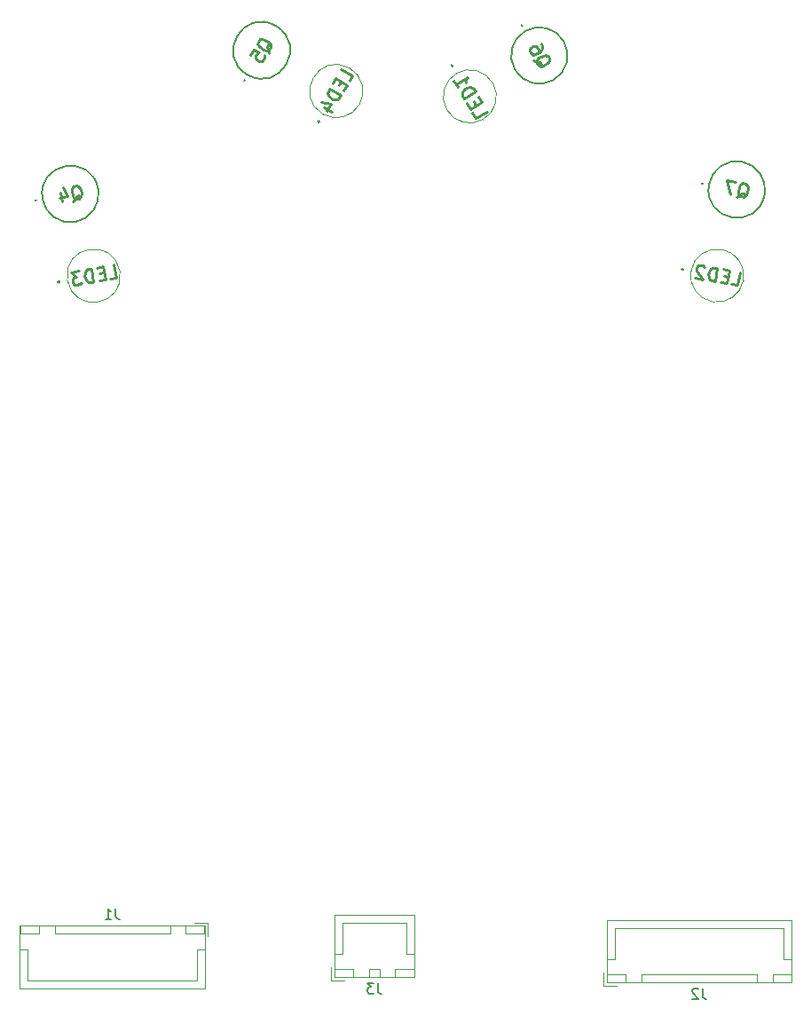
<source format=gbr>
%TF.GenerationSoftware,KiCad,Pcbnew,8.0.5*%
%TF.CreationDate,2024-11-23T08:17:22+09:00*%
%TF.ProjectId,mouse_v1,6d6f7573-655f-4763-912e-6b696361645f,rev?*%
%TF.SameCoordinates,Original*%
%TF.FileFunction,Legend,Bot*%
%TF.FilePolarity,Positive*%
%FSLAX46Y46*%
G04 Gerber Fmt 4.6, Leading zero omitted, Abs format (unit mm)*
G04 Created by KiCad (PCBNEW 8.0.5) date 2024-11-23 08:17:22*
%MOMM*%
%LPD*%
G01*
G04 APERTURE LIST*
%ADD10C,0.254000*%
%ADD11C,0.150000*%
%ADD12C,0.200000*%
%ADD13C,0.120000*%
%ADD14C,0.100000*%
G04 APERTURE END LIST*
D10*
X113298354Y-63992383D02*
X113411204Y-64066892D01*
X113411204Y-64066892D02*
X113576428Y-64111164D01*
X113576428Y-64111164D02*
X113824264Y-64177571D01*
X113824264Y-64177571D02*
X113937114Y-64252081D01*
X113937114Y-64252081D02*
X113997590Y-64356829D01*
X113705483Y-64455646D02*
X113818333Y-64530155D01*
X113818333Y-64530155D02*
X113983557Y-64574427D01*
X113983557Y-64574427D02*
X114223290Y-64505849D01*
X114223290Y-64505849D02*
X114589908Y-64294182D01*
X114589908Y-64294182D02*
X114769165Y-64120856D01*
X114769165Y-64120856D02*
X114813437Y-63955632D01*
X114813437Y-63955632D02*
X114805335Y-63820646D01*
X114805335Y-63820646D02*
X114684382Y-63611150D01*
X114684382Y-63611150D02*
X114571532Y-63536640D01*
X114571532Y-63536640D02*
X114406308Y-63492369D01*
X114406308Y-63492369D02*
X114166574Y-63560947D01*
X114166574Y-63560947D02*
X113799957Y-63772614D01*
X113799957Y-63772614D02*
X113620699Y-63945940D01*
X113620699Y-63945940D02*
X113576428Y-64111164D01*
X113576428Y-64111164D02*
X113584530Y-64246150D01*
X113584530Y-64246150D02*
X113705483Y-64455646D01*
X113988906Y-62406550D02*
X114109859Y-62616046D01*
X114109859Y-62616046D02*
X114117961Y-62751032D01*
X114117961Y-62751032D02*
X114095825Y-62833644D01*
X114095825Y-62833644D02*
X113999180Y-63029106D01*
X113999180Y-63029106D02*
X113819922Y-63202432D01*
X113819922Y-63202432D02*
X113400931Y-63444337D01*
X113400931Y-63444337D02*
X113265945Y-63452439D01*
X113265945Y-63452439D02*
X113183333Y-63430303D01*
X113183333Y-63430303D02*
X113070483Y-63355794D01*
X113070483Y-63355794D02*
X112949530Y-63146298D01*
X112949530Y-63146298D02*
X112941428Y-63011312D01*
X112941428Y-63011312D02*
X112963564Y-62928700D01*
X112963564Y-62928700D02*
X113038074Y-62815850D01*
X113038074Y-62815850D02*
X113299943Y-62664659D01*
X113299943Y-62664659D02*
X113434929Y-62656557D01*
X113434929Y-62656557D02*
X113517541Y-62678693D01*
X113517541Y-62678693D02*
X113630391Y-62753203D01*
X113630391Y-62753203D02*
X113751344Y-62962698D01*
X113751344Y-62962698D02*
X113759446Y-63097684D01*
X113759446Y-63097684D02*
X113737310Y-63180296D01*
X113737310Y-63180296D02*
X113662800Y-63293146D01*
X88002598Y-63282887D02*
X88010700Y-63147901D01*
X88010700Y-63147901D02*
X87966428Y-62982677D01*
X87966428Y-62982677D02*
X87900021Y-62734841D01*
X87900021Y-62734841D02*
X87908123Y-62599855D01*
X87908123Y-62599855D02*
X87968599Y-62495107D01*
X88200231Y-62698672D02*
X88208333Y-62563686D01*
X88208333Y-62563686D02*
X88164061Y-62398462D01*
X88164061Y-62398462D02*
X87984804Y-62225135D01*
X87984804Y-62225135D02*
X87618186Y-62013469D01*
X87618186Y-62013469D02*
X87378453Y-61944890D01*
X87378453Y-61944890D02*
X87213229Y-61989162D01*
X87213229Y-61989162D02*
X87100379Y-62063672D01*
X87100379Y-62063672D02*
X86979426Y-62273167D01*
X86979426Y-62273167D02*
X86971324Y-62408153D01*
X86971324Y-62408153D02*
X87015596Y-62573377D01*
X87015596Y-62573377D02*
X87194853Y-62746704D01*
X87194853Y-62746704D02*
X87561471Y-62958370D01*
X87561471Y-62958370D02*
X87801204Y-63026949D01*
X87801204Y-63026949D02*
X87966428Y-62982677D01*
X87966428Y-62982677D02*
X88079278Y-62908167D01*
X88079278Y-62908167D02*
X88200231Y-62698672D01*
X86253712Y-63530141D02*
X86556093Y-63006402D01*
X86556093Y-63006402D02*
X87110070Y-63256409D01*
X87110070Y-63256409D02*
X87027458Y-63278545D01*
X87027458Y-63278545D02*
X86914608Y-63353055D01*
X86914608Y-63353055D02*
X86763418Y-63614924D01*
X86763418Y-63614924D02*
X86755315Y-63749910D01*
X86755315Y-63749910D02*
X86777451Y-63832522D01*
X86777451Y-63832522D02*
X86851961Y-63945372D01*
X86851961Y-63945372D02*
X87113830Y-64096563D01*
X87113830Y-64096563D02*
X87248816Y-64104665D01*
X87248816Y-64104665D02*
X87331428Y-64082529D01*
X87331428Y-64082529D02*
X87444278Y-64008019D01*
X87444278Y-64008019D02*
X87595469Y-63746150D01*
X87595469Y-63746150D02*
X87603571Y-63611164D01*
X87603571Y-63611164D02*
X87581435Y-63528552D01*
D11*
X129423333Y-152544819D02*
X129423333Y-153259104D01*
X129423333Y-153259104D02*
X129470952Y-153401961D01*
X129470952Y-153401961D02*
X129566190Y-153497200D01*
X129566190Y-153497200D02*
X129709047Y-153544819D01*
X129709047Y-153544819D02*
X129804285Y-153544819D01*
X128994761Y-152640057D02*
X128947142Y-152592438D01*
X128947142Y-152592438D02*
X128851904Y-152544819D01*
X128851904Y-152544819D02*
X128613809Y-152544819D01*
X128613809Y-152544819D02*
X128518571Y-152592438D01*
X128518571Y-152592438D02*
X128470952Y-152640057D01*
X128470952Y-152640057D02*
X128423333Y-152735295D01*
X128423333Y-152735295D02*
X128423333Y-152830533D01*
X128423333Y-152830533D02*
X128470952Y-152973390D01*
X128470952Y-152973390D02*
X129042380Y-153544819D01*
X129042380Y-153544819D02*
X128423333Y-153544819D01*
D10*
X95697969Y-65970539D02*
X96000350Y-65446800D01*
X96000350Y-65446800D02*
X94900497Y-64811800D01*
X94910189Y-66004537D02*
X94698522Y-66371154D01*
X95183921Y-66860895D02*
X95486302Y-66337156D01*
X95486302Y-66337156D02*
X94386450Y-65702156D01*
X94386450Y-65702156D02*
X94084069Y-66225895D01*
X94911778Y-67332261D02*
X93811926Y-66697261D01*
X93811926Y-66697261D02*
X93660735Y-66959130D01*
X93660735Y-66959130D02*
X93622395Y-67146490D01*
X93622395Y-67146490D02*
X93666667Y-67311714D01*
X93666667Y-67311714D02*
X93741176Y-67424564D01*
X93741176Y-67424564D02*
X93920434Y-67597891D01*
X93920434Y-67597891D02*
X94077556Y-67688605D01*
X94077556Y-67688605D02*
X94317290Y-67757183D01*
X94317290Y-67757183D02*
X94452275Y-67765286D01*
X94452275Y-67765286D02*
X94617499Y-67721014D01*
X94617499Y-67721014D02*
X94760588Y-67594130D01*
X94760588Y-67594130D02*
X94911778Y-67332261D01*
X93271400Y-68480145D02*
X94004635Y-68903478D01*
X93003600Y-67976371D02*
X93940399Y-68168072D01*
X93940399Y-68168072D02*
X93547304Y-68848933D01*
X132675176Y-77025178D02*
X132804792Y-76986623D01*
X132804792Y-76986623D02*
X132944910Y-76888512D01*
X132944910Y-76888512D02*
X133155087Y-76741344D01*
X133155087Y-76741344D02*
X133284704Y-76702790D01*
X133284704Y-76702790D02*
X133403819Y-76723793D01*
X133291753Y-77011078D02*
X133421370Y-76972524D01*
X133421370Y-76972524D02*
X133561488Y-76874413D01*
X133561488Y-76874413D02*
X133663051Y-76646684D01*
X133663051Y-76646684D02*
X133736562Y-76229782D01*
X133736562Y-76229782D02*
X133719011Y-75981051D01*
X133719011Y-75981051D02*
X133620900Y-75840933D01*
X133620900Y-75840933D02*
X133512286Y-75760373D01*
X133512286Y-75760373D02*
X133274057Y-75718366D01*
X133274057Y-75718366D02*
X133144440Y-75756921D01*
X133144440Y-75756921D02*
X133004322Y-75855032D01*
X133004322Y-75855032D02*
X132902759Y-76082760D01*
X132902759Y-76082760D02*
X132829248Y-76499662D01*
X132829248Y-76499662D02*
X132846799Y-76748394D01*
X132846799Y-76748394D02*
X132944910Y-76888512D01*
X132944910Y-76888512D02*
X133053524Y-76969072D01*
X133053524Y-76969072D02*
X133291753Y-77011078D01*
X132559368Y-75592347D02*
X131725564Y-75445325D01*
X131725564Y-75445325D02*
X132041048Y-76790545D01*
D11*
X73423333Y-144944819D02*
X73423333Y-145659104D01*
X73423333Y-145659104D02*
X73470952Y-145801961D01*
X73470952Y-145801961D02*
X73566190Y-145897200D01*
X73566190Y-145897200D02*
X73709047Y-145944819D01*
X73709047Y-145944819D02*
X73804285Y-145944819D01*
X72423333Y-145944819D02*
X72994761Y-145944819D01*
X72709047Y-145944819D02*
X72709047Y-144944819D01*
X72709047Y-144944819D02*
X72804285Y-145087676D01*
X72804285Y-145087676D02*
X72899523Y-145182914D01*
X72899523Y-145182914D02*
X72994761Y-145230533D01*
X98423333Y-152044819D02*
X98423333Y-152759104D01*
X98423333Y-152759104D02*
X98470952Y-152901961D01*
X98470952Y-152901961D02*
X98566190Y-152997200D01*
X98566190Y-152997200D02*
X98709047Y-153044819D01*
X98709047Y-153044819D02*
X98804285Y-153044819D01*
X98042380Y-152044819D02*
X97423333Y-152044819D01*
X97423333Y-152044819D02*
X97756666Y-152425771D01*
X97756666Y-152425771D02*
X97613809Y-152425771D01*
X97613809Y-152425771D02*
X97518571Y-152473390D01*
X97518571Y-152473390D02*
X97470952Y-152521009D01*
X97470952Y-152521009D02*
X97423333Y-152616247D01*
X97423333Y-152616247D02*
X97423333Y-152854342D01*
X97423333Y-152854342D02*
X97470952Y-152949580D01*
X97470952Y-152949580D02*
X97518571Y-152997200D01*
X97518571Y-152997200D02*
X97613809Y-153044819D01*
X97613809Y-153044819D02*
X97899523Y-153044819D01*
X97899523Y-153044819D02*
X97994761Y-152997200D01*
X97994761Y-152997200D02*
X98042380Y-152949580D01*
D10*
X72839328Y-84858806D02*
X73434902Y-84753791D01*
X73434902Y-84753791D02*
X73214369Y-83503085D01*
X72306909Y-84277186D02*
X71890007Y-84350697D01*
X71826852Y-85037333D02*
X72422426Y-84932317D01*
X72422426Y-84932317D02*
X72201893Y-83681612D01*
X72201893Y-83681612D02*
X71606319Y-83786627D01*
X71290835Y-85131848D02*
X71070302Y-83881142D01*
X71070302Y-83881142D02*
X70772514Y-83933650D01*
X70772514Y-83933650D02*
X70604344Y-84024712D01*
X70604344Y-84024712D02*
X70506232Y-84164830D01*
X70506232Y-84164830D02*
X70467678Y-84294446D01*
X70467678Y-84294446D02*
X70450127Y-84543177D01*
X70450127Y-84543177D02*
X70481632Y-84721850D01*
X70481632Y-84721850D02*
X70583195Y-84949578D01*
X70583195Y-84949578D02*
X70663756Y-85058191D01*
X70663756Y-85058191D02*
X70803874Y-85156303D01*
X70803874Y-85156303D02*
X70993048Y-85184355D01*
X70993048Y-85184355D02*
X71290835Y-85131848D01*
X69938711Y-84080672D02*
X69164464Y-84217192D01*
X69164464Y-84217192D02*
X69665379Y-84620141D01*
X69665379Y-84620141D02*
X69486706Y-84651645D01*
X69486706Y-84651645D02*
X69378093Y-84732206D01*
X69378093Y-84732206D02*
X69329037Y-84802265D01*
X69329037Y-84802265D02*
X69290483Y-84931881D01*
X69290483Y-84931881D02*
X69342991Y-85229668D01*
X69342991Y-85229668D02*
X69423552Y-85338282D01*
X69423552Y-85338282D02*
X69493611Y-85387338D01*
X69493611Y-85387338D02*
X69623227Y-85425892D01*
X69623227Y-85425892D02*
X69980572Y-85362882D01*
X69980572Y-85362882D02*
X70089185Y-85282322D01*
X70089185Y-85282322D02*
X70138241Y-85212263D01*
X69329141Y-77424237D02*
X69437754Y-77343677D01*
X69437754Y-77343677D02*
X69535866Y-77203559D01*
X69535866Y-77203559D02*
X69683033Y-76993382D01*
X69683033Y-76993382D02*
X69791647Y-76912821D01*
X69791647Y-76912821D02*
X69910761Y-76891818D01*
X69903712Y-77200107D02*
X70012325Y-77119546D01*
X70012325Y-77119546D02*
X70110437Y-76979428D01*
X70110437Y-76979428D02*
X70127988Y-76730697D01*
X70127988Y-76730697D02*
X70054477Y-76313795D01*
X70054477Y-76313795D02*
X69952913Y-76086067D01*
X69952913Y-76086067D02*
X69812795Y-75987955D01*
X69812795Y-75987955D02*
X69683179Y-75949401D01*
X69683179Y-75949401D02*
X69444949Y-75991407D01*
X69444949Y-75991407D02*
X69336336Y-76071968D01*
X69336336Y-76071968D02*
X69238224Y-76212086D01*
X69238224Y-76212086D02*
X69220673Y-76460817D01*
X69220673Y-76460817D02*
X69294184Y-76877719D01*
X69294184Y-76877719D02*
X69395748Y-77105447D01*
X69395748Y-77105447D02*
X69535866Y-77203559D01*
X69535866Y-77203559D02*
X69665482Y-77242113D01*
X69665482Y-77242113D02*
X69903712Y-77200107D01*
X68148640Y-76649845D02*
X68295662Y-77483649D01*
X68362414Y-76120878D02*
X68817725Y-76961731D01*
X68817725Y-76961731D02*
X68043478Y-77098252D01*
X132139869Y-85352379D02*
X132735443Y-85457394D01*
X132735443Y-85457394D02*
X132955977Y-84206689D01*
X131838485Y-84623736D02*
X131421583Y-84550225D01*
X131127393Y-85173852D02*
X131722968Y-85278868D01*
X131722968Y-85278868D02*
X131943501Y-84028162D01*
X131943501Y-84028162D02*
X131347927Y-83923146D01*
X130591376Y-85079337D02*
X130811909Y-83828632D01*
X130811909Y-83828632D02*
X130514122Y-83776124D01*
X130514122Y-83776124D02*
X130324948Y-83804176D01*
X130324948Y-83804176D02*
X130184830Y-83902288D01*
X130184830Y-83902288D02*
X130104270Y-84010901D01*
X130104270Y-84010901D02*
X130002706Y-84238629D01*
X130002706Y-84238629D02*
X129971201Y-84417302D01*
X129971201Y-84417302D02*
X129988752Y-84666033D01*
X129988752Y-84666033D02*
X130027307Y-84795649D01*
X130027307Y-84795649D02*
X130125418Y-84935767D01*
X130125418Y-84935767D02*
X130293589Y-85026830D01*
X130293589Y-85026830D02*
X130591376Y-85079337D01*
X129599758Y-83737715D02*
X129550702Y-83667656D01*
X129550702Y-83667656D02*
X129442089Y-83587095D01*
X129442089Y-83587095D02*
X129144302Y-83534587D01*
X129144302Y-83534587D02*
X129014685Y-83573142D01*
X129014685Y-83573142D02*
X128944626Y-83622197D01*
X128944626Y-83622197D02*
X128864066Y-83730811D01*
X128864066Y-83730811D02*
X128843062Y-83849926D01*
X128843062Y-83849926D02*
X128871115Y-84039099D01*
X128871115Y-84039099D02*
X129459785Y-84879807D01*
X129459785Y-84879807D02*
X128685539Y-84743287D01*
X107433220Y-68984073D02*
X107735601Y-69507813D01*
X107735601Y-69507813D02*
X108835454Y-68872813D01*
X107797667Y-68284837D02*
X107586000Y-67918220D01*
X106919173Y-68093717D02*
X107221554Y-68617456D01*
X107221554Y-68617456D02*
X108321406Y-67982456D01*
X108321406Y-67982456D02*
X108019025Y-67458717D01*
X106647030Y-67622351D02*
X107746882Y-66987351D01*
X107746882Y-66987351D02*
X107595692Y-66725482D01*
X107595692Y-66725482D02*
X107452603Y-66598598D01*
X107452603Y-66598598D02*
X107287379Y-66554327D01*
X107287379Y-66554327D02*
X107152394Y-66562429D01*
X107152394Y-66562429D02*
X106912660Y-66631007D01*
X106912660Y-66631007D02*
X106755538Y-66721722D01*
X106755538Y-66721722D02*
X106576280Y-66895048D01*
X106576280Y-66895048D02*
X106501771Y-67007898D01*
X106501771Y-67007898D02*
X106457499Y-67173122D01*
X106457499Y-67173122D02*
X106495839Y-67360482D01*
X106495839Y-67360482D02*
X106647030Y-67622351D01*
X105679411Y-65946386D02*
X106042268Y-66574873D01*
X105860839Y-66260630D02*
X106960692Y-65625630D01*
X106960692Y-65625630D02*
X106864046Y-65821092D01*
X106864046Y-65821092D02*
X106819774Y-65986316D01*
X106819774Y-65986316D02*
X106827877Y-66121302D01*
D12*
%TO.C,Q6*%
X112155000Y-60621495D02*
X112155000Y-60621495D01*
X112155000Y-60621495D02*
X112155000Y-60621495D01*
X112205000Y-60708097D02*
X112205000Y-60708097D01*
X112490000Y-61201732D02*
X112490000Y-61201732D01*
X115190000Y-65878269D02*
X115190000Y-65878269D01*
X112155000Y-60621495D02*
G75*
G02*
X112205000Y-60708097I25000J-43301D01*
G01*
X112155000Y-60621495D02*
G75*
G02*
X112205000Y-60708097I25000J-43301D01*
G01*
X112205000Y-60708097D02*
G75*
G02*
X112155000Y-60621495I-25000J43301D01*
G01*
X112490000Y-61201732D02*
G75*
G02*
X115190000Y-65878268I1350000J-2338268D01*
G01*
X115190000Y-65878269D02*
G75*
G02*
X112490000Y-61201731I-1350000J2338269D01*
G01*
%TO.C,Q5*%
X85655000Y-65958505D02*
X85655000Y-65958505D01*
X85655000Y-65958505D02*
X85655000Y-65958505D01*
X85705000Y-65871903D02*
X85705000Y-65871903D01*
X85990000Y-65378268D02*
X85990000Y-65378268D01*
X88690000Y-60701731D02*
X88690000Y-60701731D01*
X85655000Y-65958505D02*
G75*
G02*
X85705000Y-65871903I25000J43301D01*
G01*
X85655000Y-65958505D02*
G75*
G02*
X85705000Y-65871903I25000J43301D01*
G01*
X85705000Y-65871903D02*
G75*
G02*
X85655000Y-65958505I-25000J-43301D01*
G01*
X85990000Y-65378268D02*
G75*
G02*
X88690000Y-60701731I1350001J2338268D01*
G01*
X88690000Y-60701731D02*
G75*
G02*
X85990000Y-65378269I-1350000J-2338269D01*
G01*
D13*
%TO.C,J2*%
X119990000Y-151040000D02*
X119990000Y-152290000D01*
X119990000Y-152290000D02*
X121240000Y-152290000D01*
X120280000Y-146030000D02*
X120280000Y-152000000D01*
X120280000Y-152000000D02*
X137900000Y-152000000D01*
X120290000Y-151240000D02*
X120290000Y-151990000D01*
X120290000Y-151990000D02*
X122090000Y-151990000D01*
X121040000Y-146790000D02*
X121040000Y-149740000D01*
X121040000Y-149740000D02*
X120290000Y-149740000D01*
X122090000Y-151240000D02*
X120290000Y-151240000D01*
X122090000Y-151990000D02*
X122090000Y-151240000D01*
X123590000Y-151240000D02*
X123590000Y-151990000D01*
X123590000Y-151990000D02*
X134590000Y-151990000D01*
X129090000Y-146790000D02*
X121040000Y-146790000D01*
X129090000Y-146790000D02*
X137140000Y-146790000D01*
X134590000Y-151240000D02*
X123590000Y-151240000D01*
X134590000Y-151990000D02*
X134590000Y-151240000D01*
X136090000Y-151240000D02*
X136090000Y-151990000D01*
X136090000Y-151990000D02*
X137890000Y-151990000D01*
X137140000Y-146790000D02*
X137140000Y-149740000D01*
X137140000Y-149740000D02*
X137890000Y-149740000D01*
X137890000Y-151240000D02*
X136090000Y-151240000D01*
X137890000Y-151990000D02*
X137890000Y-151240000D01*
X137900000Y-146030000D02*
X120280000Y-146030000D01*
X137900000Y-152000000D02*
X137900000Y-146030000D01*
D12*
%TO.C,LED4*%
X92740000Y-69945256D02*
X92740000Y-69945256D01*
X92840000Y-69772051D02*
X92840000Y-69772051D01*
D14*
X93205000Y-69139852D02*
X93205000Y-69139852D01*
X95745000Y-64740443D02*
X95745000Y-64740443D01*
D12*
X92740000Y-69945256D02*
G75*
G02*
X92840000Y-69772051I49999J86603D01*
G01*
X92840000Y-69772051D02*
G75*
G02*
X92740000Y-69945256I-50001J-86602D01*
G01*
D14*
X93205000Y-69139852D02*
G75*
G02*
X95745000Y-64740443I1270001J2199704D01*
G01*
X95745000Y-64740443D02*
G75*
G02*
X93205000Y-69139852I-1269999J-2199705D01*
G01*
D12*
%TO.C,Q7*%
X129357992Y-75734273D02*
X129357992Y-75734273D01*
X129357992Y-75734273D02*
X129357992Y-75734273D01*
X129456472Y-75751636D02*
X129456472Y-75751636D01*
X130017813Y-75850617D02*
X130017813Y-75850617D01*
X135335775Y-76788318D02*
X135335775Y-76788318D01*
X129357992Y-75734273D02*
G75*
G02*
X129456473Y-75751636I49240J-8683D01*
G01*
X129357992Y-75734273D02*
G75*
G02*
X129456473Y-75751636I49240J-8683D01*
G01*
X129456472Y-75751636D02*
G75*
G02*
X129357992Y-75734273I-49240J8681D01*
G01*
X130017813Y-75850617D02*
G75*
G02*
X135335775Y-76788318I2658981J-468850D01*
G01*
X135335775Y-76788318D02*
G75*
G02*
X130017813Y-75850617I-2658981J468851D01*
G01*
D13*
%TO.C,J1*%
X64280000Y-146580000D02*
X64280000Y-152550000D01*
X64280000Y-152550000D02*
X81900000Y-152550000D01*
X64290000Y-146590000D02*
X64290000Y-147340000D01*
X64290000Y-147340000D02*
X66090000Y-147340000D01*
X65040000Y-148840000D02*
X64290000Y-148840000D01*
X65040000Y-151790000D02*
X65040000Y-148840000D01*
X66090000Y-146590000D02*
X64290000Y-146590000D01*
X66090000Y-147340000D02*
X66090000Y-146590000D01*
X67590000Y-146590000D02*
X67590000Y-147340000D01*
X67590000Y-147340000D02*
X78590000Y-147340000D01*
X73090000Y-151790000D02*
X65040000Y-151790000D01*
X73090000Y-151790000D02*
X81140000Y-151790000D01*
X78590000Y-146590000D02*
X67590000Y-146590000D01*
X78590000Y-147340000D02*
X78590000Y-146590000D01*
X80090000Y-146590000D02*
X80090000Y-147340000D01*
X80090000Y-147340000D02*
X81890000Y-147340000D01*
X81140000Y-148840000D02*
X81890000Y-148840000D01*
X81140000Y-151790000D02*
X81140000Y-148840000D01*
X81890000Y-146590000D02*
X80090000Y-146590000D01*
X81890000Y-147340000D02*
X81890000Y-146590000D01*
X81900000Y-146580000D02*
X64280000Y-146580000D01*
X81900000Y-152550000D02*
X81900000Y-146580000D01*
X82190000Y-146290000D02*
X80940000Y-146290000D01*
X82190000Y-147540000D02*
X82190000Y-146290000D01*
%TO.C,J3*%
X93990000Y-150540000D02*
X93990000Y-151790000D01*
X93990000Y-151790000D02*
X95240000Y-151790000D01*
X94280000Y-145530000D02*
X94280000Y-151500000D01*
X94280000Y-151500000D02*
X101900000Y-151500000D01*
X94290000Y-150740000D02*
X94290000Y-151490000D01*
X94290000Y-151490000D02*
X96090000Y-151490000D01*
X95040000Y-146290000D02*
X95040000Y-149240000D01*
X95040000Y-149240000D02*
X94290000Y-149240000D01*
X96090000Y-150740000D02*
X94290000Y-150740000D01*
X96090000Y-151490000D02*
X96090000Y-150740000D01*
X97590000Y-150740000D02*
X97590000Y-151490000D01*
X97590000Y-151490000D02*
X98590000Y-151490000D01*
X98090000Y-146290000D02*
X95040000Y-146290000D01*
X98090000Y-146290000D02*
X101140000Y-146290000D01*
X98590000Y-150740000D02*
X97590000Y-150740000D01*
X98590000Y-151490000D02*
X98590000Y-150740000D01*
X100090000Y-150740000D02*
X100090000Y-151490000D01*
X100090000Y-151490000D02*
X101890000Y-151490000D01*
X101140000Y-146290000D02*
X101140000Y-149240000D01*
X101140000Y-149240000D02*
X101890000Y-149240000D01*
X101890000Y-150740000D02*
X100090000Y-150740000D01*
X101890000Y-151490000D02*
X101890000Y-150740000D01*
X101900000Y-145530000D02*
X94280000Y-145530000D01*
X101900000Y-151500000D02*
X101900000Y-145530000D01*
D12*
%TO.C,LED3*%
X67893173Y-85147769D02*
X67893173Y-85147769D01*
X68090134Y-85113041D02*
X68090134Y-85113041D01*
D14*
X68809044Y-84986276D02*
X68809044Y-84986276D01*
X73811868Y-84104144D02*
X73811868Y-84104144D01*
D12*
X67893173Y-85147769D02*
G75*
G02*
X68090135Y-85113041I98481J17365D01*
G01*
X68090134Y-85113041D02*
G75*
G02*
X67893173Y-85147769I-98481J-17361D01*
G01*
D14*
X68809044Y-84986276D02*
G75*
G02*
X73811868Y-84104144I2501412J441066D01*
G01*
X73811868Y-84104144D02*
G75*
G02*
X68809044Y-84986276I-2501412J-441066D01*
G01*
D12*
%TO.C,Q4*%
X65770492Y-77345727D02*
X65770492Y-77345727D01*
X65770492Y-77345727D02*
X65770492Y-77345727D01*
X65868972Y-77328364D02*
X65868972Y-77328364D01*
X66430313Y-77229383D02*
X66430313Y-77229383D01*
X71748275Y-76291682D02*
X71748275Y-76291682D01*
X65770492Y-77345727D02*
G75*
G02*
X65868971Y-77328364I49240J8679D01*
G01*
X65770492Y-77345727D02*
G75*
G02*
X65868971Y-77328364I49240J8679D01*
G01*
X65868972Y-77328364D02*
G75*
G02*
X65770490Y-77345727I-49241J-8683D01*
G01*
X66430313Y-77229383D02*
G75*
G02*
X71748275Y-76291682I2658981J468850D01*
G01*
X71748275Y-76291682D02*
G75*
G02*
X66430313Y-77229383I-2658981J-468851D01*
G01*
%TO.C,LED2*%
X127393173Y-83932231D02*
X127393173Y-83932231D01*
X127590134Y-83966959D02*
X127590134Y-83966959D01*
D14*
X128309044Y-84093724D02*
X128309044Y-84093724D01*
X133311868Y-84975856D02*
X133311868Y-84975856D01*
D12*
X127393173Y-83932231D02*
G75*
G02*
X127590135Y-83966959I98481J-17364D01*
G01*
X127590134Y-83966959D02*
G75*
G02*
X127393174Y-83932231I-98480J17363D01*
G01*
D14*
X128309044Y-84093724D02*
G75*
G02*
X133311868Y-84975856I2501412J-441066D01*
G01*
X133311868Y-84975856D02*
G75*
G02*
X128309044Y-84093724I-2501412J441066D01*
G01*
D12*
%TO.C,LED1*%
X105470000Y-64435039D02*
X105470000Y-64435039D01*
X105570000Y-64608243D02*
X105570000Y-64608243D01*
D14*
X105935000Y-65240443D02*
X105935000Y-65240443D01*
X108475000Y-69639852D02*
X108475000Y-69639852D01*
D12*
X105470000Y-64435039D02*
G75*
G02*
X105569999Y-64608242I50000J-86601D01*
G01*
X105570000Y-64608243D02*
G75*
G02*
X105470001Y-64435040I-50000J86601D01*
G01*
D14*
X105935000Y-65240443D02*
G75*
G02*
X108475000Y-69639851I1270000J-2199704D01*
G01*
X108475000Y-69639852D02*
G75*
G02*
X105935000Y-65240442I-1270000J2199705D01*
G01*
%TD*%
M02*

</source>
